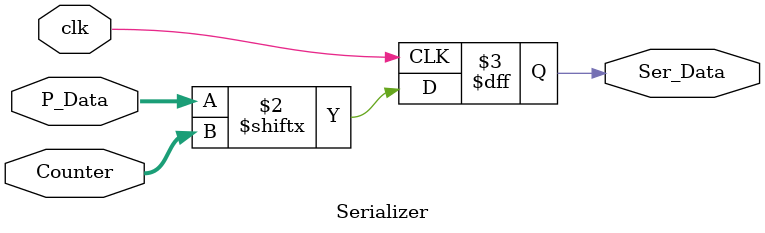
<source format=v>
module Serializer #(
   parameter Data_Width=8
) (
    input wire [7:0] P_Data,
    input wire clk,
    input wire [2:0] Counter,
    output reg Ser_Data
);
    always @(posedge clk ) begin
        Ser_Data<=P_Data[Counter];
    end
endmodule
</source>
